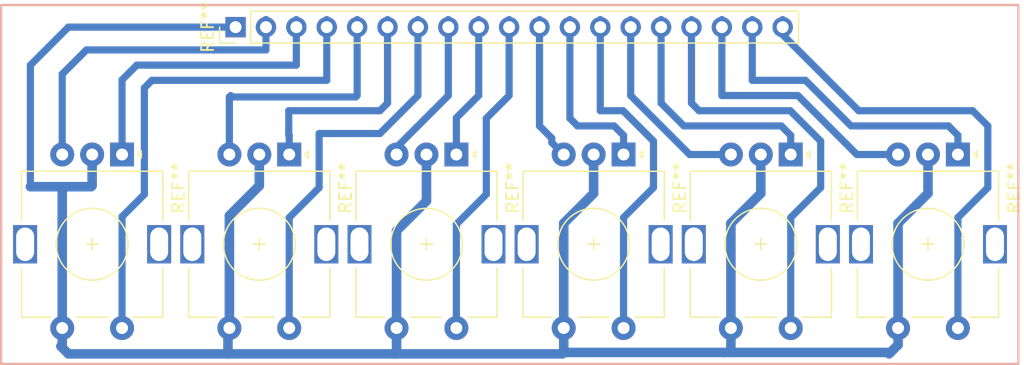
<source format=kicad_pcb>
(kicad_pcb (version 20171130) (host pcbnew "(5.0.2)-1")

  (general
    (thickness 1.6)
    (drawings 6)
    (tracks 129)
    (zones 0)
    (modules 7)
    (nets 1)
  )

  (page User 162.001 119.99)
  (layers
    (0 F.Cu signal)
    (31 B.Cu signal)
    (32 B.Adhes user hide)
    (33 F.Adhes user hide)
    (34 B.Paste user hide)
    (35 F.Paste user hide)
    (36 B.SilkS user)
    (37 F.SilkS user)
    (38 B.Mask user hide)
    (39 F.Mask user hide)
    (40 Dwgs.User user)
    (41 Cmts.User user hide)
    (42 Eco1.User user)
    (43 Eco2.User user)
    (44 Edge.Cuts user hide)
    (45 Margin user hide)
    (46 B.CrtYd user hide)
    (47 F.CrtYd user)
    (48 B.Fab user)
    (49 F.Fab user hide)
  )

  (setup
    (last_trace_width 0.25)
    (user_trace_width 0.4)
    (user_trace_width 0.6)
    (user_trace_width 0.8)
    (trace_clearance 0.2)
    (zone_clearance 0.508)
    (zone_45_only no)
    (trace_min 0.2)
    (segment_width 0.2)
    (edge_width 0.15)
    (via_size 0.8)
    (via_drill 0.4)
    (via_min_size 0.4)
    (via_min_drill 0.3)
    (user_via 2 1)
    (user_via 3 1.5)
    (uvia_size 0.3)
    (uvia_drill 0.1)
    (uvias_allowed no)
    (uvia_min_size 0.2)
    (uvia_min_drill 0.1)
    (pcb_text_width 0.3)
    (pcb_text_size 1.5 1.5)
    (mod_edge_width 0.15)
    (mod_text_size 1 1)
    (mod_text_width 0.15)
    (pad_size 1.6 1.6)
    (pad_drill 1.1)
    (pad_to_mask_clearance 0.051)
    (solder_mask_min_width 0.25)
    (aux_axis_origin 18.161 103.3272)
    (grid_origin 102.235 196.85)
    (visible_elements 7FFFFFFF)
    (pcbplotparams
      (layerselection 0x00810_fffffffe)
      (usegerberextensions false)
      (usegerberattributes false)
      (usegerberadvancedattributes false)
      (creategerberjobfile false)
      (excludeedgelayer true)
      (linewidth 0.100000)
      (plotframeref false)
      (viasonmask false)
      (mode 1)
      (useauxorigin true)
      (hpglpennumber 1)
      (hpglpenspeed 20)
      (hpglpendiameter 15.000000)
      (psnegative false)
      (psa4output false)
      (plotreference false)
      (plotvalue false)
      (plotinvisibletext false)
      (padsonsilk false)
      (subtractmaskfromsilk false)
      (outputformat 1)
      (mirror false)
      (drillshape 0)
      (scaleselection 1)
      (outputdirectory "./"))
  )

  (net 0 "")

  (net_class Default "Dies ist die voreingestellte Netzklasse."
    (clearance 0.2)
    (trace_width 0.25)
    (via_dia 0.8)
    (via_drill 0.4)
    (uvia_dia 0.3)
    (uvia_drill 0.1)
  )

  (module Rotary_Encoder:RotaryEncoder_Alps_EC11E-Switch_Vertical_H20mm (layer F.Cu) (tedit 5C252DC4) (tstamp 5C25515C)
    (at 28.741137 85.091594 270)
    (descr "Alps rotary encoder, EC12E... with switch, vertical shaft, http://www.alps.com/prod/info/E/HTML/Encoder/Incremental/EC11/EC11E15204A3.html")
    (tags "rotary encoder")
    (fp_text reference REF** (at 2.8 -4.7 270) (layer F.SilkS)
      (effects (font (size 1 1) (thickness 0.15)))
    )
    (fp_text value RotaryEncoder_Alps_EC11E-Switch_Vertical_H20mm (at 7.5 10.4 270) (layer F.Fab)
      (effects (font (size 1 1) (thickness 0.15)))
    )
    (fp_circle (center 7.5 2.5) (end 10.5 2.5) (layer F.Fab) (width 0.12))
    (fp_circle (center 7.5 2.5) (end 10.5 2.5) (layer F.SilkS) (width 0.12))
    (fp_line (start 16 9.6) (end -1.5 9.6) (layer F.CrtYd) (width 0.05))
    (fp_line (start 16 9.6) (end 16 -4.6) (layer F.CrtYd) (width 0.05))
    (fp_line (start -1.5 -4.6) (end -1.5 9.6) (layer F.CrtYd) (width 0.05))
    (fp_line (start -1.5 -4.6) (end 16 -4.6) (layer F.CrtYd) (width 0.05))
    (fp_line (start 2.5 -3.3) (end 13.5 -3.3) (layer F.Fab) (width 0.12))
    (fp_line (start 13.5 -3.3) (end 13.5 8.3) (layer F.Fab) (width 0.12))
    (fp_line (start 13.5 8.3) (end 1.5 8.3) (layer F.Fab) (width 0.12))
    (fp_line (start 1.5 8.3) (end 1.5 -2.2) (layer F.Fab) (width 0.12))
    (fp_line (start 1.5 -2.2) (end 2.5 -3.3) (layer F.Fab) (width 0.12))
    (fp_line (start 9.5 -3.4) (end 13.6 -3.4) (layer F.SilkS) (width 0.12))
    (fp_line (start 13.6 8.4) (end 9.5 8.4) (layer F.SilkS) (width 0.12))
    (fp_line (start 5.5 8.4) (end 1.4 8.4) (layer F.SilkS) (width 0.12))
    (fp_line (start 5.5 -3.4) (end 1.4 -3.4) (layer F.SilkS) (width 0.12))
    (fp_line (start 1.4 -3.4) (end 1.4 8.4) (layer F.SilkS) (width 0.12))
    (fp_line (start 0 -1.3) (end -0.3 -1.6) (layer F.SilkS) (width 0.12))
    (fp_line (start -0.3 -1.6) (end 0.3 -1.6) (layer F.SilkS) (width 0.12))
    (fp_line (start 0.3 -1.6) (end 0 -1.3) (layer F.SilkS) (width 0.12))
    (fp_line (start 7.5 -0.5) (end 7.5 5.5) (layer F.Fab) (width 0.12))
    (fp_line (start 4.5 2.5) (end 10.5 2.5) (layer F.Fab) (width 0.12))
    (fp_line (start 13.6 -3.4) (end 13.6 -1) (layer F.SilkS) (width 0.12))
    (fp_line (start 13.6 1.2) (end 13.6 3.8) (layer F.SilkS) (width 0.12))
    (fp_line (start 13.6 6) (end 13.6 8.4) (layer F.SilkS) (width 0.12))
    (fp_line (start 7.5 2) (end 7.5 3) (layer F.SilkS) (width 0.12))
    (fp_line (start 7 2.5) (end 8 2.5) (layer F.SilkS) (width 0.12))
    (fp_text user %R (at 11.1 6.3 270) (layer F.Fab)
      (effects (font (size 1 1) (thickness 0.15)))
    )
    (fp_circle (center 7.5 2.5) (end 11.3 2.5) (layer Eco2.User) (width 0.15))
    (pad A thru_hole rect (at 0 0 270) (size 2 2) (drill 1) (layers *.Cu *.Mask))
    (pad C thru_hole circle (at 0 2.5 270) (size 2 2) (drill 1) (layers *.Cu *.Mask))
    (pad B thru_hole circle (at 0 5 270) (size 2 2) (drill 1) (layers *.Cu *.Mask))
    (pad MP thru_hole rect (at 7.5 -3.1 270) (size 3.2 2) (drill oval 2.8 1.5) (layers *.Cu *.Mask))
    (pad MP thru_hole rect (at 7.5 8.1 270) (size 3.2 2) (drill oval 2.8 1.5) (layers *.Cu *.Mask))
    (pad S2 thru_hole circle (at 14.5 0 270) (size 2 2) (drill 1) (layers *.Cu *.Mask))
    (pad S1 thru_hole circle (at 14.5 5 270) (size 2 2) (drill 1) (layers *.Cu *.Mask))
    (model ${KISYS3DMOD}/Rotary_Encoder.3dshapes/RotaryEncoder_Alps_EC11E-Switch_Vertical_H20mm.wrl
      (at (xyz 0 0 0))
      (scale (xyz 1 1 1))
      (rotate (xyz 0 0 0))
    )
  )

  (module Rotary_Encoder:RotaryEncoder_Alps_EC11E-Switch_Vertical_H20mm (layer F.Cu) (tedit 5C252DC4) (tstamp 5C255110)
    (at 42.711137 85.091594 270)
    (descr "Alps rotary encoder, EC12E... with switch, vertical shaft, http://www.alps.com/prod/info/E/HTML/Encoder/Incremental/EC11/EC11E15204A3.html")
    (tags "rotary encoder")
    (fp_text reference REF** (at 2.8 -4.7 270) (layer F.SilkS)
      (effects (font (size 1 1) (thickness 0.15)))
    )
    (fp_text value RotaryEncoder_Alps_EC11E-Switch_Vertical_H20mm (at 7.5 10.4 270) (layer F.Fab)
      (effects (font (size 1 1) (thickness 0.15)))
    )
    (fp_circle (center 7.5 2.5) (end 11.3 2.5) (layer Eco2.User) (width 0.15))
    (fp_text user %R (at 11.1 6.3 270) (layer F.Fab)
      (effects (font (size 1 1) (thickness 0.15)))
    )
    (fp_line (start 7 2.5) (end 8 2.5) (layer F.SilkS) (width 0.12))
    (fp_line (start 7.5 2) (end 7.5 3) (layer F.SilkS) (width 0.12))
    (fp_line (start 13.6 6) (end 13.6 8.4) (layer F.SilkS) (width 0.12))
    (fp_line (start 13.6 1.2) (end 13.6 3.8) (layer F.SilkS) (width 0.12))
    (fp_line (start 13.6 -3.4) (end 13.6 -1) (layer F.SilkS) (width 0.12))
    (fp_line (start 4.5 2.5) (end 10.5 2.5) (layer F.Fab) (width 0.12))
    (fp_line (start 7.5 -0.5) (end 7.5 5.5) (layer F.Fab) (width 0.12))
    (fp_line (start 0.3 -1.6) (end 0 -1.3) (layer F.SilkS) (width 0.12))
    (fp_line (start -0.3 -1.6) (end 0.3 -1.6) (layer F.SilkS) (width 0.12))
    (fp_line (start 0 -1.3) (end -0.3 -1.6) (layer F.SilkS) (width 0.12))
    (fp_line (start 1.4 -3.4) (end 1.4 8.4) (layer F.SilkS) (width 0.12))
    (fp_line (start 5.5 -3.4) (end 1.4 -3.4) (layer F.SilkS) (width 0.12))
    (fp_line (start 5.5 8.4) (end 1.4 8.4) (layer F.SilkS) (width 0.12))
    (fp_line (start 13.6 8.4) (end 9.5 8.4) (layer F.SilkS) (width 0.12))
    (fp_line (start 9.5 -3.4) (end 13.6 -3.4) (layer F.SilkS) (width 0.12))
    (fp_line (start 1.5 -2.2) (end 2.5 -3.3) (layer F.Fab) (width 0.12))
    (fp_line (start 1.5 8.3) (end 1.5 -2.2) (layer F.Fab) (width 0.12))
    (fp_line (start 13.5 8.3) (end 1.5 8.3) (layer F.Fab) (width 0.12))
    (fp_line (start 13.5 -3.3) (end 13.5 8.3) (layer F.Fab) (width 0.12))
    (fp_line (start 2.5 -3.3) (end 13.5 -3.3) (layer F.Fab) (width 0.12))
    (fp_line (start -1.5 -4.6) (end 16 -4.6) (layer F.CrtYd) (width 0.05))
    (fp_line (start -1.5 -4.6) (end -1.5 9.6) (layer F.CrtYd) (width 0.05))
    (fp_line (start 16 9.6) (end 16 -4.6) (layer F.CrtYd) (width 0.05))
    (fp_line (start 16 9.6) (end -1.5 9.6) (layer F.CrtYd) (width 0.05))
    (fp_circle (center 7.5 2.5) (end 10.5 2.5) (layer F.SilkS) (width 0.12))
    (fp_circle (center 7.5 2.5) (end 10.5 2.5) (layer F.Fab) (width 0.12))
    (pad S1 thru_hole circle (at 14.5 5 270) (size 2 2) (drill 1) (layers *.Cu *.Mask))
    (pad S2 thru_hole circle (at 14.5 0 270) (size 2 2) (drill 1) (layers *.Cu *.Mask))
    (pad MP thru_hole rect (at 7.5 8.1 270) (size 3.2 2) (drill oval 2.8 1.5) (layers *.Cu *.Mask))
    (pad MP thru_hole rect (at 7.5 -3.1 270) (size 3.2 2) (drill oval 2.8 1.5) (layers *.Cu *.Mask))
    (pad B thru_hole circle (at 0 5 270) (size 2 2) (drill 1) (layers *.Cu *.Mask))
    (pad C thru_hole circle (at 0 2.5 270) (size 2 2) (drill 1) (layers *.Cu *.Mask))
    (pad A thru_hole rect (at 0 0 270) (size 2 2) (drill 1) (layers *.Cu *.Mask))
    (model ${KISYS3DMOD}/Rotary_Encoder.3dshapes/RotaryEncoder_Alps_EC11E-Switch_Vertical_H20mm.wrl
      (at (xyz 0 0 0))
      (scale (xyz 1 1 1))
      (rotate (xyz 0 0 0))
    )
  )

  (module Rotary_Encoder:RotaryEncoder_Alps_EC11E-Switch_Vertical_H20mm (layer F.Cu) (tedit 5C252DC4) (tstamp 5C2550C4)
    (at 56.681137 85.091594 270)
    (descr "Alps rotary encoder, EC12E... with switch, vertical shaft, http://www.alps.com/prod/info/E/HTML/Encoder/Incremental/EC11/EC11E15204A3.html")
    (tags "rotary encoder")
    (fp_text reference REF** (at 2.8 -4.7 270) (layer F.SilkS)
      (effects (font (size 1 1) (thickness 0.15)))
    )
    (fp_text value RotaryEncoder_Alps_EC11E-Switch_Vertical_H20mm (at 7.5 10.4 270) (layer F.Fab)
      (effects (font (size 1 1) (thickness 0.15)))
    )
    (fp_circle (center 7.5 2.5) (end 10.5 2.5) (layer F.Fab) (width 0.12))
    (fp_circle (center 7.5 2.5) (end 10.5 2.5) (layer F.SilkS) (width 0.12))
    (fp_line (start 16 9.6) (end -1.5 9.6) (layer F.CrtYd) (width 0.05))
    (fp_line (start 16 9.6) (end 16 -4.6) (layer F.CrtYd) (width 0.05))
    (fp_line (start -1.5 -4.6) (end -1.5 9.6) (layer F.CrtYd) (width 0.05))
    (fp_line (start -1.5 -4.6) (end 16 -4.6) (layer F.CrtYd) (width 0.05))
    (fp_line (start 2.5 -3.3) (end 13.5 -3.3) (layer F.Fab) (width 0.12))
    (fp_line (start 13.5 -3.3) (end 13.5 8.3) (layer F.Fab) (width 0.12))
    (fp_line (start 13.5 8.3) (end 1.5 8.3) (layer F.Fab) (width 0.12))
    (fp_line (start 1.5 8.3) (end 1.5 -2.2) (layer F.Fab) (width 0.12))
    (fp_line (start 1.5 -2.2) (end 2.5 -3.3) (layer F.Fab) (width 0.12))
    (fp_line (start 9.5 -3.4) (end 13.6 -3.4) (layer F.SilkS) (width 0.12))
    (fp_line (start 13.6 8.4) (end 9.5 8.4) (layer F.SilkS) (width 0.12))
    (fp_line (start 5.5 8.4) (end 1.4 8.4) (layer F.SilkS) (width 0.12))
    (fp_line (start 5.5 -3.4) (end 1.4 -3.4) (layer F.SilkS) (width 0.12))
    (fp_line (start 1.4 -3.4) (end 1.4 8.4) (layer F.SilkS) (width 0.12))
    (fp_line (start 0 -1.3) (end -0.3 -1.6) (layer F.SilkS) (width 0.12))
    (fp_line (start -0.3 -1.6) (end 0.3 -1.6) (layer F.SilkS) (width 0.12))
    (fp_line (start 0.3 -1.6) (end 0 -1.3) (layer F.SilkS) (width 0.12))
    (fp_line (start 7.5 -0.5) (end 7.5 5.5) (layer F.Fab) (width 0.12))
    (fp_line (start 4.5 2.5) (end 10.5 2.5) (layer F.Fab) (width 0.12))
    (fp_line (start 13.6 -3.4) (end 13.6 -1) (layer F.SilkS) (width 0.12))
    (fp_line (start 13.6 1.2) (end 13.6 3.8) (layer F.SilkS) (width 0.12))
    (fp_line (start 13.6 6) (end 13.6 8.4) (layer F.SilkS) (width 0.12))
    (fp_line (start 7.5 2) (end 7.5 3) (layer F.SilkS) (width 0.12))
    (fp_line (start 7 2.5) (end 8 2.5) (layer F.SilkS) (width 0.12))
    (fp_text user %R (at 11.1 6.3 270) (layer F.Fab)
      (effects (font (size 1 1) (thickness 0.15)))
    )
    (fp_circle (center 7.5 2.5) (end 11.3 2.5) (layer Eco2.User) (width 0.15))
    (pad A thru_hole rect (at 0 0 270) (size 2 2) (drill 1) (layers *.Cu *.Mask))
    (pad C thru_hole circle (at 0 2.5 270) (size 2 2) (drill 1) (layers *.Cu *.Mask))
    (pad B thru_hole circle (at 0 5 270) (size 2 2) (drill 1) (layers *.Cu *.Mask))
    (pad MP thru_hole rect (at 7.5 -3.1 270) (size 3.2 2) (drill oval 2.8 1.5) (layers *.Cu *.Mask))
    (pad MP thru_hole rect (at 7.5 8.1 270) (size 3.2 2) (drill oval 2.8 1.5) (layers *.Cu *.Mask))
    (pad S2 thru_hole circle (at 14.5 0 270) (size 2 2) (drill 1) (layers *.Cu *.Mask))
    (pad S1 thru_hole circle (at 14.5 5 270) (size 2 2) (drill 1) (layers *.Cu *.Mask))
    (model ${KISYS3DMOD}/Rotary_Encoder.3dshapes/RotaryEncoder_Alps_EC11E-Switch_Vertical_H20mm.wrl
      (at (xyz 0 0 0))
      (scale (xyz 1 1 1))
      (rotate (xyz 0 0 0))
    )
  )

  (module Rotary_Encoder:RotaryEncoder_Alps_EC11E-Switch_Vertical_H20mm (layer F.Cu) (tedit 5C252DC4) (tstamp 5C255078)
    (at 70.651137 85.091594 270)
    (descr "Alps rotary encoder, EC12E... with switch, vertical shaft, http://www.alps.com/prod/info/E/HTML/Encoder/Incremental/EC11/EC11E15204A3.html")
    (tags "rotary encoder")
    (fp_text reference REF** (at 2.8 -4.7 270) (layer F.SilkS)
      (effects (font (size 1 1) (thickness 0.15)))
    )
    (fp_text value RotaryEncoder_Alps_EC11E-Switch_Vertical_H20mm (at 7.5 10.4 270) (layer F.Fab)
      (effects (font (size 1 1) (thickness 0.15)))
    )
    (fp_circle (center 7.5 2.5) (end 11.3 2.5) (layer Eco2.User) (width 0.15))
    (fp_text user %R (at 11.1 6.3 270) (layer F.Fab)
      (effects (font (size 1 1) (thickness 0.15)))
    )
    (fp_line (start 7 2.5) (end 8 2.5) (layer F.SilkS) (width 0.12))
    (fp_line (start 7.5 2) (end 7.5 3) (layer F.SilkS) (width 0.12))
    (fp_line (start 13.6 6) (end 13.6 8.4) (layer F.SilkS) (width 0.12))
    (fp_line (start 13.6 1.2) (end 13.6 3.8) (layer F.SilkS) (width 0.12))
    (fp_line (start 13.6 -3.4) (end 13.6 -1) (layer F.SilkS) (width 0.12))
    (fp_line (start 4.5 2.5) (end 10.5 2.5) (layer F.Fab) (width 0.12))
    (fp_line (start 7.5 -0.5) (end 7.5 5.5) (layer F.Fab) (width 0.12))
    (fp_line (start 0.3 -1.6) (end 0 -1.3) (layer F.SilkS) (width 0.12))
    (fp_line (start -0.3 -1.6) (end 0.3 -1.6) (layer F.SilkS) (width 0.12))
    (fp_line (start 0 -1.3) (end -0.3 -1.6) (layer F.SilkS) (width 0.12))
    (fp_line (start 1.4 -3.4) (end 1.4 8.4) (layer F.SilkS) (width 0.12))
    (fp_line (start 5.5 -3.4) (end 1.4 -3.4) (layer F.SilkS) (width 0.12))
    (fp_line (start 5.5 8.4) (end 1.4 8.4) (layer F.SilkS) (width 0.12))
    (fp_line (start 13.6 8.4) (end 9.5 8.4) (layer F.SilkS) (width 0.12))
    (fp_line (start 9.5 -3.4) (end 13.6 -3.4) (layer F.SilkS) (width 0.12))
    (fp_line (start 1.5 -2.2) (end 2.5 -3.3) (layer F.Fab) (width 0.12))
    (fp_line (start 1.5 8.3) (end 1.5 -2.2) (layer F.Fab) (width 0.12))
    (fp_line (start 13.5 8.3) (end 1.5 8.3) (layer F.Fab) (width 0.12))
    (fp_line (start 13.5 -3.3) (end 13.5 8.3) (layer F.Fab) (width 0.12))
    (fp_line (start 2.5 -3.3) (end 13.5 -3.3) (layer F.Fab) (width 0.12))
    (fp_line (start -1.5 -4.6) (end 16 -4.6) (layer F.CrtYd) (width 0.05))
    (fp_line (start -1.5 -4.6) (end -1.5 9.6) (layer F.CrtYd) (width 0.05))
    (fp_line (start 16 9.6) (end 16 -4.6) (layer F.CrtYd) (width 0.05))
    (fp_line (start 16 9.6) (end -1.5 9.6) (layer F.CrtYd) (width 0.05))
    (fp_circle (center 7.5 2.5) (end 10.5 2.5) (layer F.SilkS) (width 0.12))
    (fp_circle (center 7.5 2.5) (end 10.5 2.5) (layer F.Fab) (width 0.12))
    (pad S1 thru_hole circle (at 14.5 5 270) (size 2 2) (drill 1) (layers *.Cu *.Mask))
    (pad S2 thru_hole circle (at 14.5 0 270) (size 2 2) (drill 1) (layers *.Cu *.Mask))
    (pad MP thru_hole rect (at 7.5 8.1 270) (size 3.2 2) (drill oval 2.8 1.5) (layers *.Cu *.Mask))
    (pad MP thru_hole rect (at 7.5 -3.1 270) (size 3.2 2) (drill oval 2.8 1.5) (layers *.Cu *.Mask))
    (pad B thru_hole circle (at 0 5 270) (size 2 2) (drill 1) (layers *.Cu *.Mask))
    (pad C thru_hole circle (at 0 2.5 270) (size 2 2) (drill 1) (layers *.Cu *.Mask))
    (pad A thru_hole rect (at 0 0 270) (size 2 2) (drill 1) (layers *.Cu *.Mask))
    (model ${KISYS3DMOD}/Rotary_Encoder.3dshapes/RotaryEncoder_Alps_EC11E-Switch_Vertical_H20mm.wrl
      (at (xyz 0 0 0))
      (scale (xyz 1 1 1))
      (rotate (xyz 0 0 0))
    )
  )

  (module Rotary_Encoder:RotaryEncoder_Alps_EC11E-Switch_Vertical_H20mm (layer F.Cu) (tedit 5C252DC4) (tstamp 5C25502C)
    (at 84.621137 85.091594 270)
    (descr "Alps rotary encoder, EC12E... with switch, vertical shaft, http://www.alps.com/prod/info/E/HTML/Encoder/Incremental/EC11/EC11E15204A3.html")
    (tags "rotary encoder")
    (fp_text reference REF** (at 2.8 -4.7 270) (layer F.SilkS)
      (effects (font (size 1 1) (thickness 0.15)))
    )
    (fp_text value RotaryEncoder_Alps_EC11E-Switch_Vertical_H20mm (at 7.5 10.4 270) (layer F.Fab)
      (effects (font (size 1 1) (thickness 0.15)))
    )
    (fp_circle (center 7.5 2.5) (end 10.5 2.5) (layer F.Fab) (width 0.12))
    (fp_circle (center 7.5 2.5) (end 10.5 2.5) (layer F.SilkS) (width 0.12))
    (fp_line (start 16 9.6) (end -1.5 9.6) (layer F.CrtYd) (width 0.05))
    (fp_line (start 16 9.6) (end 16 -4.6) (layer F.CrtYd) (width 0.05))
    (fp_line (start -1.5 -4.6) (end -1.5 9.6) (layer F.CrtYd) (width 0.05))
    (fp_line (start -1.5 -4.6) (end 16 -4.6) (layer F.CrtYd) (width 0.05))
    (fp_line (start 2.5 -3.3) (end 13.5 -3.3) (layer F.Fab) (width 0.12))
    (fp_line (start 13.5 -3.3) (end 13.5 8.3) (layer F.Fab) (width 0.12))
    (fp_line (start 13.5 8.3) (end 1.5 8.3) (layer F.Fab) (width 0.12))
    (fp_line (start 1.5 8.3) (end 1.5 -2.2) (layer F.Fab) (width 0.12))
    (fp_line (start 1.5 -2.2) (end 2.5 -3.3) (layer F.Fab) (width 0.12))
    (fp_line (start 9.5 -3.4) (end 13.6 -3.4) (layer F.SilkS) (width 0.12))
    (fp_line (start 13.6 8.4) (end 9.5 8.4) (layer F.SilkS) (width 0.12))
    (fp_line (start 5.5 8.4) (end 1.4 8.4) (layer F.SilkS) (width 0.12))
    (fp_line (start 5.5 -3.4) (end 1.4 -3.4) (layer F.SilkS) (width 0.12))
    (fp_line (start 1.4 -3.4) (end 1.4 8.4) (layer F.SilkS) (width 0.12))
    (fp_line (start 0 -1.3) (end -0.3 -1.6) (layer F.SilkS) (width 0.12))
    (fp_line (start -0.3 -1.6) (end 0.3 -1.6) (layer F.SilkS) (width 0.12))
    (fp_line (start 0.3 -1.6) (end 0 -1.3) (layer F.SilkS) (width 0.12))
    (fp_line (start 7.5 -0.5) (end 7.5 5.5) (layer F.Fab) (width 0.12))
    (fp_line (start 4.5 2.5) (end 10.5 2.5) (layer F.Fab) (width 0.12))
    (fp_line (start 13.6 -3.4) (end 13.6 -1) (layer F.SilkS) (width 0.12))
    (fp_line (start 13.6 1.2) (end 13.6 3.8) (layer F.SilkS) (width 0.12))
    (fp_line (start 13.6 6) (end 13.6 8.4) (layer F.SilkS) (width 0.12))
    (fp_line (start 7.5 2) (end 7.5 3) (layer F.SilkS) (width 0.12))
    (fp_line (start 7 2.5) (end 8 2.5) (layer F.SilkS) (width 0.12))
    (fp_text user %R (at 11.1 6.3 270) (layer F.Fab)
      (effects (font (size 1 1) (thickness 0.15)))
    )
    (fp_circle (center 7.5 2.5) (end 11.3 2.5) (layer Eco2.User) (width 0.15))
    (pad A thru_hole rect (at 0 0 270) (size 2 2) (drill 1) (layers *.Cu *.Mask))
    (pad C thru_hole circle (at 0 2.5 270) (size 2 2) (drill 1) (layers *.Cu *.Mask))
    (pad B thru_hole circle (at 0 5 270) (size 2 2) (drill 1) (layers *.Cu *.Mask))
    (pad MP thru_hole rect (at 7.5 -3.1 270) (size 3.2 2) (drill oval 2.8 1.5) (layers *.Cu *.Mask))
    (pad MP thru_hole rect (at 7.5 8.1 270) (size 3.2 2) (drill oval 2.8 1.5) (layers *.Cu *.Mask))
    (pad S2 thru_hole circle (at 14.5 0 270) (size 2 2) (drill 1) (layers *.Cu *.Mask))
    (pad S1 thru_hole circle (at 14.5 5 270) (size 2 2) (drill 1) (layers *.Cu *.Mask))
    (model ${KISYS3DMOD}/Rotary_Encoder.3dshapes/RotaryEncoder_Alps_EC11E-Switch_Vertical_H20mm.wrl
      (at (xyz 0 0 0))
      (scale (xyz 1 1 1))
      (rotate (xyz 0 0 0))
    )
  )

  (module Rotary_Encoder:RotaryEncoder_Alps_EC11E-Switch_Vertical_H20mm (layer F.Cu) (tedit 5C252DC4) (tstamp 5C254F94)
    (at 98.591137 85.091594 270)
    (descr "Alps rotary encoder, EC12E... with switch, vertical shaft, http://www.alps.com/prod/info/E/HTML/Encoder/Incremental/EC11/EC11E15204A3.html")
    (tags "rotary encoder")
    (fp_text reference REF** (at 2.8 -4.7 270) (layer F.SilkS)
      (effects (font (size 1 1) (thickness 0.15)))
    )
    (fp_text value RotaryEncoder_Alps_EC11E-Switch_Vertical_H20mm (at 7.5 10.4 270) (layer F.Fab)
      (effects (font (size 1 1) (thickness 0.15)))
    )
    (fp_circle (center 7.5 2.5) (end 11.3 2.5) (layer Eco2.User) (width 0.15))
    (fp_text user %R (at 11.1 6.3 270) (layer F.Fab)
      (effects (font (size 1 1) (thickness 0.15)))
    )
    (fp_line (start 7 2.5) (end 8 2.5) (layer F.SilkS) (width 0.12))
    (fp_line (start 7.5 2) (end 7.5 3) (layer F.SilkS) (width 0.12))
    (fp_line (start 13.6 6) (end 13.6 8.4) (layer F.SilkS) (width 0.12))
    (fp_line (start 13.6 1.2) (end 13.6 3.8) (layer F.SilkS) (width 0.12))
    (fp_line (start 13.6 -3.4) (end 13.6 -1) (layer F.SilkS) (width 0.12))
    (fp_line (start 4.5 2.5) (end 10.5 2.5) (layer F.Fab) (width 0.12))
    (fp_line (start 7.5 -0.5) (end 7.5 5.5) (layer F.Fab) (width 0.12))
    (fp_line (start 0.3 -1.6) (end 0 -1.3) (layer F.SilkS) (width 0.12))
    (fp_line (start -0.3 -1.6) (end 0.3 -1.6) (layer F.SilkS) (width 0.12))
    (fp_line (start 0 -1.3) (end -0.3 -1.6) (layer F.SilkS) (width 0.12))
    (fp_line (start 1.4 -3.4) (end 1.4 8.4) (layer F.SilkS) (width 0.12))
    (fp_line (start 5.5 -3.4) (end 1.4 -3.4) (layer F.SilkS) (width 0.12))
    (fp_line (start 5.5 8.4) (end 1.4 8.4) (layer F.SilkS) (width 0.12))
    (fp_line (start 13.6 8.4) (end 9.5 8.4) (layer F.SilkS) (width 0.12))
    (fp_line (start 9.5 -3.4) (end 13.6 -3.4) (layer F.SilkS) (width 0.12))
    (fp_line (start 1.5 -2.2) (end 2.5 -3.3) (layer F.Fab) (width 0.12))
    (fp_line (start 1.5 8.3) (end 1.5 -2.2) (layer F.Fab) (width 0.12))
    (fp_line (start 13.5 8.3) (end 1.5 8.3) (layer F.Fab) (width 0.12))
    (fp_line (start 13.5 -3.3) (end 13.5 8.3) (layer F.Fab) (width 0.12))
    (fp_line (start 2.5 -3.3) (end 13.5 -3.3) (layer F.Fab) (width 0.12))
    (fp_line (start -1.5 -4.6) (end 16 -4.6) (layer F.CrtYd) (width 0.05))
    (fp_line (start -1.5 -4.6) (end -1.5 9.6) (layer F.CrtYd) (width 0.05))
    (fp_line (start 16 9.6) (end 16 -4.6) (layer F.CrtYd) (width 0.05))
    (fp_line (start 16 9.6) (end -1.5 9.6) (layer F.CrtYd) (width 0.05))
    (fp_circle (center 7.5 2.5) (end 10.5 2.5) (layer F.SilkS) (width 0.12))
    (fp_circle (center 7.5 2.5) (end 10.5 2.5) (layer F.Fab) (width 0.12))
    (pad S1 thru_hole circle (at 14.5 5 270) (size 2 2) (drill 1) (layers *.Cu *.Mask))
    (pad S2 thru_hole circle (at 14.5 0 270) (size 2 2) (drill 1) (layers *.Cu *.Mask))
    (pad MP thru_hole rect (at 7.5 8.1 270) (size 3.2 2) (drill oval 2.8 1.5) (layers *.Cu *.Mask))
    (pad MP thru_hole rect (at 7.5 -3.1 270) (size 3.2 2) (drill oval 2.8 1.5) (layers *.Cu *.Mask))
    (pad B thru_hole circle (at 0 5 270) (size 2 2) (drill 1) (layers *.Cu *.Mask))
    (pad C thru_hole circle (at 0 2.5 270) (size 2 2) (drill 1) (layers *.Cu *.Mask))
    (pad A thru_hole rect (at 0 0 270) (size 2 2) (drill 1) (layers *.Cu *.Mask))
    (model ${KISYS3DMOD}/Rotary_Encoder.3dshapes/RotaryEncoder_Alps_EC11E-Switch_Vertical_H20mm.wrl
      (at (xyz 0 0 0))
      (scale (xyz 1 1 1))
      (rotate (xyz 0 0 0))
    )
  )

  (module Connector_PinHeader_2.54mm:PinHeader_1x19_P2.54mm_Vertical (layer F.Cu) (tedit 5C22A232) (tstamp 5C25597F)
    (at 38.227 74.4474 90)
    (descr "Through hole straight pin header, 1x19, 2.54mm pitch, single row")
    (tags "Through hole pin header THT 1x19 2.54mm single row")
    (fp_text reference REF** (at 0 -2.33 90) (layer F.SilkS)
      (effects (font (size 1 1) (thickness 0.15)))
    )
    (fp_text value PinHeader_1x19_P2.54mm_Vertical (at 0 48.05 90) (layer F.Fab)
      (effects (font (size 1 1) (thickness 0.15)))
    )
    (fp_text user %R (at 0 22.86 180) (layer F.Fab)
      (effects (font (size 1 1) (thickness 0.15)))
    )
    (fp_line (start 1.8 -1.8) (end -1.8 -1.8) (layer F.CrtYd) (width 0.05))
    (fp_line (start 1.8 47.5) (end 1.8 -1.8) (layer F.CrtYd) (width 0.05))
    (fp_line (start -1.8 47.5) (end 1.8 47.5) (layer F.CrtYd) (width 0.05))
    (fp_line (start -1.8 -1.8) (end -1.8 47.5) (layer F.CrtYd) (width 0.05))
    (fp_line (start -1.33 -1.33) (end 0 -1.33) (layer F.SilkS) (width 0.12))
    (fp_line (start -1.33 0) (end -1.33 -1.33) (layer F.SilkS) (width 0.12))
    (fp_line (start -1.33 1.27) (end 1.33 1.27) (layer F.SilkS) (width 0.12))
    (fp_line (start 1.33 1.27) (end 1.33 47.05) (layer F.SilkS) (width 0.12))
    (fp_line (start -1.33 1.27) (end -1.33 47.05) (layer F.SilkS) (width 0.12))
    (fp_line (start -1.33 47.05) (end 1.33 47.05) (layer F.SilkS) (width 0.12))
    (fp_line (start -1.27 -0.635) (end -0.635 -1.27) (layer F.Fab) (width 0.1))
    (fp_line (start -1.27 46.99) (end -1.27 -0.635) (layer F.Fab) (width 0.1))
    (fp_line (start 1.27 46.99) (end -1.27 46.99) (layer F.Fab) (width 0.1))
    (fp_line (start 1.27 -1.27) (end 1.27 46.99) (layer F.Fab) (width 0.1))
    (fp_line (start -0.635 -1.27) (end 1.27 -1.27) (layer F.Fab) (width 0.1))
    (pad S1 thru_hole oval (at 0 45.72 90) (size 1.7 1.7) (drill 1) (layers *.Cu *.Mask))
    (pad A1 thru_hole oval (at 0 43.18 90) (size 1.7 1.7) (drill 1) (layers *.Cu *.Mask))
    (pad B1 thru_hole oval (at 0 40.64 90) (size 1.7 1.7) (drill 1) (layers *.Cu *.Mask))
    (pad S2 thru_hole oval (at 0 38.1 90) (size 1.7 1.7) (drill 1) (layers *.Cu *.Mask))
    (pad A2 thru_hole oval (at 0 35.56 90) (size 1.7 1.7) (drill 1) (layers *.Cu *.Mask))
    (pad B2 thru_hole oval (at 0 33.02 90) (size 1.7 1.7) (drill 1) (layers *.Cu *.Mask))
    (pad S3 thru_hole oval (at 0 30.48 90) (size 1.7 1.7) (drill 1) (layers *.Cu *.Mask))
    (pad A3 thru_hole oval (at 0 27.94 90) (size 1.7 1.7) (drill 1) (layers *.Cu *.Mask))
    (pad B3 thru_hole oval (at 0 25.4 90) (size 1.7 1.7) (drill 1) (layers *.Cu *.Mask))
    (pad S4 thru_hole oval (at 0 22.86 90) (size 1.7 1.7) (drill 1) (layers *.Cu *.Mask))
    (pad A4 thru_hole oval (at 0 20.32 90) (size 1.7 1.7) (drill 1) (layers *.Cu *.Mask))
    (pad B4 thru_hole oval (at 0 17.78 90) (size 1.7 1.7) (drill 1) (layers *.Cu *.Mask))
    (pad S5 thru_hole oval (at 0 15.24 90) (size 1.7 1.7) (drill 1) (layers *.Cu *.Mask))
    (pad A5 thru_hole oval (at 0 12.7 90) (size 1.7 1.7) (drill 1) (layers *.Cu *.Mask))
    (pad B5 thru_hole oval (at 0 10.16 90) (size 1.7 1.7) (drill 1) (layers *.Cu *.Mask))
    (pad S6 thru_hole oval (at 0 7.62 90) (size 1.7 1.7) (drill 1) (layers *.Cu *.Mask))
    (pad A6 thru_hole oval (at 0 5.08 90) (size 1.7 1.7) (drill 1) (layers *.Cu *.Mask))
    (pad B6 thru_hole oval (at 0 2.54 90) (size 1.7 1.7) (drill 1) (layers *.Cu *.Mask))
    (pad gnd thru_hole rect (at 0 0 90) (size 1.7 1.7) (drill 1) (layers *.Cu *.Mask))
    (model ${KISYS3DMOD}/Connector_PinHeader_2.54mm.3dshapes/PinHeader_1x19_P2.54mm_Vertical.wrl
      (at (xyz 0 0 0))
      (scale (xyz 1 1 1))
      (rotate (xyz 0 0 0))
    )
  )

  (gr_line (start 103.642 102.5974) (end 18.642 102.5974) (layer B.SilkS) (width 0.2) (tstamp 5C2557D1))
  (gr_line (start 103.642 72.5974) (end 103.642 102.5974) (layer B.SilkS) (width 0.2) (tstamp 5C2557D4))
  (gr_line (start 18.642 72.5974) (end 103.642 72.5974) (layer B.SilkS) (width 0.2) (tstamp 5C2557CE))
  (gr_line (start 18.642 102.5974) (end 18.642 72.5974) (layer B.SilkS) (width 0.2) (tstamp 5C2557CB))
  (gr_poly (pts (xy 390 172) (xy 390 228) (xy 472 228) (xy 472 172)) (layer B.Mask) (width 0.15) (tstamp 5C2A1A54))
  (gr_poly (pts (xy 130 138) (xy 130 263) (xy 390 263) (xy 390 138)) (layer B.Mask) (width 0.15) (tstamp 5C2AAE5C))

  (segment (start 21.082 87.7824) (end 26.162 87.7824) (width 0.8) (layer B.Cu) (net 0) (tstamp 5C255957))
  (segment (start 26.241137 87.703263) (end 26.241137 85.091594) (width 0.8) (layer B.Cu) (net 0) (tstamp 5C25594E))
  (segment (start 26.162 87.7824) (end 26.241137 87.703263) (width 0.6) (layer B.Cu) (net 0) (tstamp 5C255954))
  (segment (start 23.741137 99.591594) (end 23.741137 87.901537) (width 0.8) (layer B.Cu) (net 0) (tstamp 5C25594B))
  (segment (start 37.711137 99.591594) (end 37.711137 90.203263) (width 0.8) (layer B.Cu) (net 0) (tstamp 5C255951))
  (segment (start 40.211137 87.703263) (end 40.211137 85.091594) (width 0.8) (layer B.Cu) (net 0) (tstamp 5C255948))
  (segment (start 37.711137 90.203263) (end 40.211137 87.703263) (width 0.8) (layer B.Cu) (net 0) (tstamp 5C255945))
  (segment (start 51.681137 99.591594) (end 51.681137 91.473263) (width 0.8) (layer B.Cu) (net 0) (tstamp 5C255942))
  (segment (start 54.181137 88.973263) (end 54.181137 85.091594) (width 0.8) (layer B.Cu) (net 0) (tstamp 5C25593F))
  (segment (start 51.681137 91.473263) (end 54.181137 88.973263) (width 0.8) (layer B.Cu) (net 0) (tstamp 5C25593C))
  (segment (start 24.257 101.7524) (end 37.592 101.7524) (width 0.8) (layer B.Cu) (net 0) (tstamp 5C2558A3))
  (segment (start 23.741137 101.236537) (end 24.257 101.7524) (width 0.8) (layer B.Cu) (net 0) (tstamp 5C2558FA))
  (segment (start 37.592 99.710731) (end 37.711137 99.591594) (width 0.6) (layer B.Cu) (net 0) (tstamp 5C2558E8))
  (segment (start 37.592 101.7524) (end 51.562 101.7524) (width 0.8) (layer B.Cu) (net 0) (tstamp 5C2558EE))
  (segment (start 51.562 101.7524) (end 51.681137 101.633263) (width 0.8) (layer B.Cu) (net 0) (tstamp 5C2558D0))
  (segment (start 65.651137 99.591594) (end 65.651137 90.838263) (width 0.8) (layer B.Cu) (net 0) (tstamp 5C255885))
  (segment (start 68.151137 88.338263) (end 68.151137 85.091594) (width 0.8) (layer B.Cu) (net 0) (tstamp 5C255900))
  (segment (start 65.651137 90.838263) (end 68.151137 88.338263) (width 0.8) (layer B.Cu) (net 0) (tstamp 5C255930))
  (segment (start 65.651137 101.633263) (end 78.986137 101.633263) (width 0.8) (layer B.Cu) (net 0) (tstamp 5C2558B5))
  (segment (start 79.621137 99.591594) (end 79.621137 90.838263) (width 0.8) (layer B.Cu) (net 0) (tstamp 5C2558B2))
  (segment (start 82.121137 88.338263) (end 82.121137 85.091594) (width 0.8) (layer B.Cu) (net 0) (tstamp 5C2558B8))
  (segment (start 79.621137 90.838263) (end 82.121137 88.338263) (width 0.8) (layer B.Cu) (net 0) (tstamp 5C25591B))
  (segment (start 78.986137 101.633263) (end 92.956137 101.633263) (width 0.8) (layer B.Cu) (net 0) (tstamp 5C255897))
  (segment (start 93.591137 99.591594) (end 93.591137 90.838263) (width 0.8) (layer B.Cu) (net 0) (tstamp 5C255927))
  (segment (start 96.091137 88.338263) (end 96.091137 85.091594) (width 0.8) (layer B.Cu) (net 0) (tstamp 5C25587F))
  (segment (start 93.591137 90.838263) (end 96.091137 88.338263) (width 0.8) (layer B.Cu) (net 0) (tstamp 5C25592D))
  (segment (start 70.651137 99.591594) (end 70.651137 90.361537) (width 0.6) (layer B.Cu) (net 0) (tstamp 5C2558DC))
  (segment (start 70.651137 90.361537) (end 73.152 87.860674) (width 0.6) (layer B.Cu) (net 0) (tstamp 5C2558D6))
  (segment (start 73.152 87.860674) (end 73.152 83.9724) (width 0.6) (layer B.Cu) (net 0) (tstamp 5C25587C))
  (segment (start 98.591137 99.591594) (end 98.591137 90.361537) (width 0.6) (layer B.Cu) (net 0) (tstamp 5C255903))
  (segment (start 98.591137 90.361537) (end 101.092 87.860674) (width 0.6) (layer B.Cu) (net 0) (tstamp 5C2558CD))
  (segment (start 101.092 87.860674) (end 101.092 82.7024) (width 0.6) (layer B.Cu) (net 0) (tstamp 5C2558AF))
  (segment (start 21.082 77.6224) (end 21.082 87.7824) (width 0.6) (layer B.Cu) (net 0) (tstamp 5C2558A0))
  (segment (start 40.767 76.3524) (end 40.767 73.8124) (width 0.6) (layer B.Cu) (net 0) (tstamp 5C25589D))
  (segment (start 25.765274 76.3524) (end 40.767 76.3524) (width 0.6) (layer B.Cu) (net 0) (tstamp 5C2558F4))
  (segment (start 23.741137 85.091594) (end 23.741137 78.376537) (width 0.6) (layer B.Cu) (net 0) (tstamp 5C255924))
  (segment (start 23.741137 78.376537) (end 25.765274 76.3524) (width 0.6) (layer B.Cu) (net 0) (tstamp 5C255933))
  (segment (start 43.307 77.6224) (end 43.307 73.8124) (width 0.6) (layer B.Cu) (net 0) (tstamp 5C25590C))
  (segment (start 29.972 77.6224) (end 43.307 77.6224) (width 0.6) (layer B.Cu) (net 0) (tstamp 5C255888))
  (segment (start 28.741137 85.091594) (end 28.741137 78.853263) (width 0.6) (layer B.Cu) (net 0) (tstamp 5C255915))
  (segment (start 28.741137 78.853263) (end 29.972 77.6224) (width 0.6) (layer B.Cu) (net 0) (tstamp 5C25589A))
  (segment (start 45.847 78.8924) (end 45.847 73.8124) (width 0.6) (layer B.Cu) (net 0) (tstamp 5C255891))
  (segment (start 31.242 78.8924) (end 45.847 78.8924) (width 0.6) (layer B.Cu) (net 0) (tstamp 5C255909))
  (segment (start 30.607 79.5274) (end 31.242 78.8924) (width 0.6) (layer B.Cu) (net 0) (tstamp 5C2558E5))
  (segment (start 30.607 88.4174) (end 30.607 79.5274) (width 0.6) (layer B.Cu) (net 0) (tstamp 5C2558D3))
  (segment (start 28.741137 99.591594) (end 28.741137 90.283263) (width 0.6) (layer B.Cu) (net 0) (tstamp 5C25592A))
  (segment (start 28.741137 90.283263) (end 30.607 88.4174) (width 0.6) (layer B.Cu) (net 0) (tstamp 5C25591E))
  (segment (start 37.711137 85.091594) (end 37.711137 80.281537) (width 0.6) (layer B.Cu) (net 0) (tstamp 5C255921))
  (segment (start 37.711137 80.281537) (end 37.830274 80.1624) (width 0.6) (layer B.Cu) (net 0) (tstamp 5C2558C1))
  (segment (start 42.711137 90.361537) (end 45.212 87.860674) (width 0.6) (layer B.Cu) (net 0) (tstamp 5C255894))
  (segment (start 42.711137 99.591594) (end 42.711137 90.361537) (width 0.6) (layer B.Cu) (net 0) (tstamp 5C2558C4))
  (segment (start 45.212 87.860674) (end 45.212 83.3374) (width 0.6) (layer B.Cu) (net 0) (tstamp 5C25588E))
  (segment (start 37.711137 80.281537) (end 48.267863 80.281537) (width 0.6) (layer B.Cu) (net 0) (tstamp 5C2558FD))
  (segment (start 48.387 80.1624) (end 48.387 73.8124) (width 0.6) (layer B.Cu) (net 0) (tstamp 5C25588B))
  (segment (start 48.267863 80.281537) (end 48.387 80.1624) (width 0.6) (layer B.Cu) (net 0) (tstamp 5C255912))
  (segment (start 42.711137 83.491594) (end 42.672 83.452457) (width 0.6) (layer B.Cu) (net 0) (tstamp 5C2558D9))
  (segment (start 42.711137 85.091594) (end 42.711137 83.491594) (width 0.6) (layer B.Cu) (net 0) (tstamp 5C2558CA))
  (segment (start 42.672 83.452457) (end 42.672 81.4324) (width 0.6) (layer B.Cu) (net 0) (tstamp 5C255882))
  (segment (start 42.672 81.4324) (end 50.292 81.4324) (width 0.6) (layer B.Cu) (net 0) (tstamp 5C255939))
  (segment (start 50.927 80.7974) (end 50.927 73.8124) (width 0.6) (layer B.Cu) (net 0) (tstamp 5C255936))
  (segment (start 50.292 81.4324) (end 50.927 80.7974) (width 0.6) (layer B.Cu) (net 0) (tstamp 5C2558BE))
  (segment (start 45.212 83.3374) (end 50.292 83.3374) (width 0.6) (layer B.Cu) (net 0) (tstamp 5C2558AC))
  (segment (start 50.292 83.3374) (end 53.467 80.1624) (width 0.6) (layer B.Cu) (net 0) (tstamp 5C255906))
  (segment (start 53.467 80.1624) (end 53.467 73.8124) (width 0.6) (layer B.Cu) (net 0) (tstamp 5C255918))
  (segment (start 51.681137 85.091594) (end 51.681137 84.488263) (width 0.6) (layer B.Cu) (net 0) (tstamp 5C2558BB))
  (segment (start 56.007 80.1624) (end 56.007 73.8124) (width 0.6) (layer B.Cu) (net 0) (tstamp 5C2558A9))
  (segment (start 51.681137 84.488263) (end 56.007 80.1624) (width 0.6) (layer B.Cu) (net 0) (tstamp 5C2558A6))
  (segment (start 56.681137 85.091594) (end 56.681137 82.028263) (width 0.6) (layer B.Cu) (net 0) (tstamp 5C25590F))
  (segment (start 58.547 80.1624) (end 58.547 73.8124) (width 0.6) (layer B.Cu) (net 0) (tstamp 5C2558C7))
  (segment (start 56.681137 82.028263) (end 58.547 80.1624) (width 0.6) (layer B.Cu) (net 0) (tstamp 5C2558F7))
  (segment (start 61.087 80.1624) (end 61.087 73.8124) (width 0.6) (layer B.Cu) (net 0) (tstamp 5C2558F1))
  (segment (start 59.182 82.0674) (end 61.087 80.1624) (width 0.6) (layer B.Cu) (net 0) (tstamp 5C2558EB))
  (segment (start 59.182 88.4174) (end 59.182 82.0674) (width 0.6) (layer B.Cu) (net 0) (tstamp 5C2558E2))
  (segment (start 56.681137 99.591594) (end 56.681137 90.918263) (width 0.6) (layer B.Cu) (net 0) (tstamp 5C2558DF))
  (segment (start 56.681137 90.918263) (end 59.182 88.4174) (width 0.6) (layer B.Cu) (net 0) (tstamp 5C2557E6))
  (segment (start 64.651138 84.091595) (end 64.651138 83.726538) (width 0.6) (layer B.Cu) (net 0) (tstamp 5C25583A))
  (segment (start 65.651137 85.091594) (end 64.651138 84.091595) (width 0.6) (layer B.Cu) (net 0) (tstamp 5C255801))
  (segment (start 63.627 82.7024) (end 63.627 73.8124) (width 0.6) (layer B.Cu) (net 0) (tstamp 5C255837))
  (segment (start 64.651138 83.726538) (end 63.627 82.7024) (width 0.6) (layer B.Cu) (net 0) (tstamp 5C255873))
  (segment (start 70.651137 83.491594) (end 69.861943 82.7024) (width 0.6) (layer B.Cu) (net 0) (tstamp 5C2557F8))
  (segment (start 70.651137 85.091594) (end 70.651137 83.491594) (width 0.6) (layer B.Cu) (net 0) (tstamp 5C25582B))
  (segment (start 69.861943 82.7024) (end 66.802 82.7024) (width 0.6) (layer B.Cu) (net 0) (tstamp 5C2557DD))
  (segment (start 66.167 82.0674) (end 66.167 73.8124) (width 0.6) (layer B.Cu) (net 0) (tstamp 5C2557F5))
  (segment (start 66.802 82.7024) (end 66.167 82.0674) (width 0.6) (layer B.Cu) (net 0) (tstamp 5C255807))
  (segment (start 73.152 83.9724) (end 70.612 81.4324) (width 0.6) (layer B.Cu) (net 0) (tstamp 5C255843))
  (segment (start 70.612 81.4324) (end 68.707 81.4324) (width 0.6) (layer B.Cu) (net 0) (tstamp 5C255834))
  (segment (start 68.707 81.4324) (end 68.707 73.8124) (width 0.6) (layer B.Cu) (net 0) (tstamp 5C2557E3))
  (segment (start 79.621137 85.091594) (end 76.176194 85.091594) (width 0.6) (layer B.Cu) (net 0) (tstamp 5C25581C))
  (segment (start 76.176194 85.091594) (end 71.247 80.1624) (width 0.6) (layer B.Cu) (net 0) (tstamp 5C255816))
  (segment (start 71.247 80.1624) (end 71.247 73.8124) (width 0.6) (layer B.Cu) (net 0) (tstamp 5C255840))
  (segment (start 73.787 80.1624) (end 73.787 73.8124) (width 0.6) (layer B.Cu) (net 0) (tstamp 5C255822))
  (segment (start 73.787 80.7974) (end 73.787 80.1624) (width 0.6) (layer B.Cu) (net 0) (tstamp 5C25583D))
  (segment (start 75.692 82.7024) (end 73.787 80.7974) (width 0.6) (layer B.Cu) (net 0) (tstamp 5C2557E0))
  (segment (start 83.831943 82.7024) (end 75.692 82.7024) (width 0.6) (layer B.Cu) (net 0) (tstamp 5C2557EC))
  (segment (start 84.621137 85.091594) (end 84.621137 83.491594) (width 0.6) (layer B.Cu) (net 0) (tstamp 5C2557FE))
  (segment (start 84.621137 83.491594) (end 83.831943 82.7024) (width 0.6) (layer B.Cu) (net 0) (tstamp 5C2557DA))
  (segment (start 76.327 80.7974) (end 76.327 73.8124) (width 0.6) (layer B.Cu) (net 0) (tstamp 5C255861))
  (segment (start 84.621137 90.361537) (end 87.122 87.860674) (width 0.6) (layer B.Cu) (net 0) (tstamp 5C255849))
  (segment (start 84.621137 99.591594) (end 84.621137 90.361537) (width 0.6) (layer B.Cu) (net 0) (tstamp 5C25586D))
  (segment (start 87.122 87.860674) (end 87.122 83.9724) (width 0.6) (layer B.Cu) (net 0) (tstamp 5C255813))
  (segment (start 87.122 83.9724) (end 84.582 81.4324) (width 0.6) (layer B.Cu) (net 0) (tstamp 5C255810))
  (segment (start 84.582 81.4324) (end 76.962 81.4324) (width 0.6) (layer B.Cu) (net 0) (tstamp 5C25581F))
  (segment (start 76.962 81.4324) (end 76.327 80.7974) (width 0.6) (layer B.Cu) (net 0) (tstamp 5C2557FB))
  (segment (start 93.591137 85.091594) (end 90.146194 85.091594) (width 0.6) (layer B.Cu) (net 0) (tstamp 5C255831))
  (segment (start 90.146194 85.091594) (end 85.217 80.1624) (width 0.6) (layer B.Cu) (net 0) (tstamp 5C255846))
  (segment (start 85.217 80.1624) (end 78.867 80.1624) (width 0.6) (layer B.Cu) (net 0) (tstamp 5C255828))
  (segment (start 78.867 80.1624) (end 78.867 73.8124) (width 0.6) (layer B.Cu) (net 0) (tstamp 5C25584F))
  (segment (start 98.591137 83.491594) (end 97.801943 82.7024) (width 0.6) (layer B.Cu) (net 0) (tstamp 5C255804))
  (segment (start 98.591137 85.091594) (end 98.591137 83.491594) (width 0.6) (layer B.Cu) (net 0) (tstamp 5C255819))
  (segment (start 97.801943 82.7024) (end 89.662 82.7024) (width 0.6) (layer B.Cu) (net 0) (tstamp 5C2557D7))
  (segment (start 89.662 82.7024) (end 85.852 78.8924) (width 0.6) (layer B.Cu) (net 0) (tstamp 5C2557F2))
  (segment (start 85.852 78.8924) (end 81.407 78.8924) (width 0.6) (layer B.Cu) (net 0) (tstamp 5C25580D))
  (segment (start 81.407 78.8924) (end 81.407 73.8124) (width 0.6) (layer B.Cu) (net 0) (tstamp 5C25580A))
  (segment (start 101.092 82.7024) (end 99.822 81.4324) (width 0.6) (layer B.Cu) (net 0) (tstamp 5C255879))
  (segment (start 99.822 81.4324) (end 90.297 81.4324) (width 0.6) (layer B.Cu) (net 0) (tstamp 5C255876))
  (segment (start 90.297 81.4324) (end 83.947 75.0824) (width 0.6) (layer B.Cu) (net 0) (tstamp 5C255855))
  (segment (start 83.947 75.0824) (end 83.947 73.8124) (width 0.6) (layer B.Cu) (net 0) (tstamp 5C2557EF))
  (segment (start 37.592 101.7524) (end 37.592 99.710731) (width 0.8) (layer B.Cu) (net 0) (tstamp 5C25584C))
  (segment (start 51.681137 101.633263) (end 51.681137 99.591594) (width 0.8) (layer B.Cu) (net 0) (tstamp 5C25585B))
  (segment (start 65.651137 101.633263) (end 65.651137 99.591594) (width 0.8) (layer B.Cu) (net 0) (tstamp 5C2557E9))
  (segment (start 79.621137 101.633263) (end 79.621137 99.591594) (width 0.8) (layer B.Cu) (net 0) (tstamp 5C255870))
  (segment (start 93.591137 100.998263) (end 93.591137 99.591594) (width 0.8) (layer B.Cu) (net 0) (tstamp 5C25586A))
  (segment (start 92.837 101.7524) (end 93.591137 100.998263) (width 0.8) (layer B.Cu) (net 0) (tstamp 5C255858))
  (segment (start 65.532 101.7524) (end 65.651137 101.633263) (width 0.8) (layer B.Cu) (net 0) (tstamp 5C255852))
  (segment (start 51.562 101.7524) (end 65.532 101.7524) (width 0.8) (layer B.Cu) (net 0) (tstamp 5C25582E))
  (segment (start 23.741137 100.998263) (end 23.622 101.1174) (width 0.8) (layer B.Cu) (net 0) (tstamp 5C255825))
  (segment (start 23.741137 99.591594) (end 23.741137 100.998263) (width 0.8) (layer B.Cu) (net 0) (tstamp 5C255867))
  (segment (start 38.227 74.4474) (end 24.257 74.4474) (width 0.6) (layer B.Cu) (net 0) (tstamp 5C25585E))
  (segment (start 24.257 74.4474) (end 21.082 77.6224) (width 0.6) (layer B.Cu) (net 0) (tstamp 5C255864))

)

</source>
